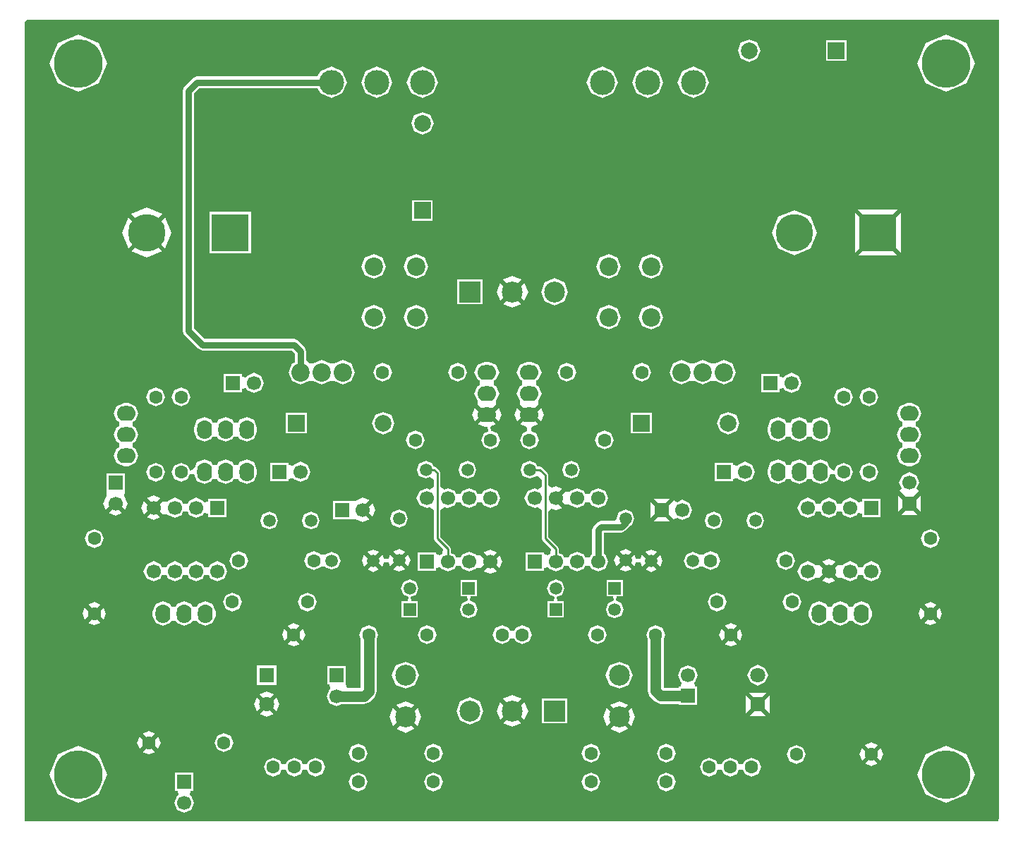
<source format=gbl>
G04 Layer_Physical_Order=2*
G04 Layer_Color=16711680*
%FSLAX25Y25*%
%MOIN*%
G70*
G01*
G75*
%ADD10C,0.03000*%
%ADD12C,0.05000*%
%ADD13C,0.01000*%
%ADD15C,0.09842*%
%ADD16R,0.09842X0.09842*%
%ADD17O,0.07000X0.09000*%
%ADD18R,0.06693X0.06693*%
%ADD19C,0.06693*%
%ADD20C,0.05905*%
%ADD21C,0.07874*%
%ADD22R,0.07874X0.07874*%
%ADD23R,0.06693X0.06693*%
%ADD24O,0.09000X0.07000*%
%ADD25R,0.05905X0.05905*%
%ADD26C,0.08661*%
%ADD27C,0.06299*%
%ADD28C,0.07087*%
%ADD29R,0.07087X0.07087*%
%ADD30C,0.17716*%
%ADD31R,0.17716X0.17716*%
%ADD32R,0.07874X0.07874*%
%ADD33C,0.11811*%
%ADD34C,0.23000*%
G36*
X460000Y1793D02*
X459500Y0D01*
X458000Y0D01*
X-500D01*
Y377500D01*
X500Y378500D01*
X460000D01*
Y1793D01*
D02*
G37*
%LPC*%
G36*
X423144Y100925D02*
X421926Y97983D01*
X423144Y95042D01*
X426086Y97983D01*
X423144Y100925D01*
D02*
G37*
G36*
X213429Y113953D02*
X205524D01*
Y106047D01*
X208520D01*
X208918Y104047D01*
X208209Y103753D01*
X206451Y103025D01*
X205198Y100000D01*
X206451Y96975D01*
X209476Y95722D01*
X212502Y96975D01*
X213755Y100000D01*
X212502Y103025D01*
X210744Y103753D01*
X210034Y104047D01*
X210432Y106047D01*
X213429D01*
Y113953D01*
D02*
G37*
G36*
X282429D02*
X274524D01*
Y106047D01*
X277520D01*
X277918Y104047D01*
X277209Y103753D01*
X275451Y103025D01*
X274198Y100000D01*
X275451Y96975D01*
X278476Y95722D01*
X281502Y96975D01*
X282755Y100000D01*
X281502Y103025D01*
X279744Y103753D01*
X279034Y104047D01*
X279432Y106047D01*
X282429D01*
Y113953D01*
D02*
G37*
G36*
X36856Y100925D02*
X33914Y97983D01*
X36856Y95042D01*
X38074Y97983D01*
X36856Y100925D01*
D02*
G37*
G36*
X28144Y100925D02*
X26926Y97983D01*
X28144Y95042D01*
X31086Y97983D01*
X28144Y100925D01*
D02*
G37*
G36*
X431856Y100925D02*
X428914Y97983D01*
X431856Y95042D01*
X433074Y97983D01*
X431856Y100925D01*
D02*
G37*
G36*
X133217Y107992D02*
X130041Y106676D01*
X128725Y103500D01*
X130041Y100324D01*
X133217Y99009D01*
X136392Y100324D01*
X137708Y103500D01*
X136392Y106676D01*
X133217Y107992D01*
D02*
G37*
G36*
X326783D02*
X323607Y106676D01*
X322292Y103500D01*
X323607Y100324D01*
X326783Y99009D01*
X329959Y100324D01*
X331275Y103500D01*
X329959Y106676D01*
X326783Y107992D01*
D02*
G37*
G36*
X362217D02*
X359041Y106676D01*
X357725Y103500D01*
X359041Y100324D01*
X362217Y99009D01*
X365392Y100324D01*
X366708Y103500D01*
X365392Y106676D01*
X362217Y107992D01*
D02*
G37*
G36*
X181524Y114278D02*
X178498Y113025D01*
X177245Y110000D01*
X178498Y106975D01*
X180256Y106246D01*
X180965Y105953D01*
X180568Y103953D01*
X177571D01*
Y96047D01*
X185476D01*
Y103953D01*
X182480D01*
X182082Y105953D01*
X182791Y106246D01*
X184549Y106975D01*
X185802Y110000D01*
X184549Y113025D01*
X181524Y114278D01*
D02*
G37*
G36*
X250524D02*
X247498Y113025D01*
X246245Y110000D01*
X247498Y106975D01*
X249256Y106246D01*
X249966Y105953D01*
X249568Y103953D01*
X246571D01*
Y96047D01*
X254476D01*
Y103953D01*
X251480D01*
X251082Y105953D01*
X251791Y106246D01*
X253549Y106975D01*
X254802Y110000D01*
X253549Y113025D01*
X250524Y114278D01*
D02*
G37*
G36*
X97783Y107992D02*
X94608Y106676D01*
X93292Y103500D01*
X94608Y100324D01*
X97783Y99009D01*
X100959Y100324D01*
X102275Y103500D01*
X100959Y106676D01*
X97783Y107992D01*
D02*
G37*
G36*
X427500Y96569D02*
X424559Y93628D01*
X427500Y92410D01*
X430441Y93628D01*
X427500Y96569D01*
D02*
G37*
G36*
X270217Y92492D02*
X267041Y91176D01*
X265725Y88000D01*
X267041Y84824D01*
X270217Y83508D01*
X273393Y84824D01*
X274708Y88000D01*
X273393Y91176D01*
X270217Y92492D01*
D02*
G37*
G36*
X131139Y90941D02*
X128198Y88000D01*
X131139Y85059D01*
X132357Y88000D01*
X131139Y90941D01*
D02*
G37*
G36*
X328861Y90941D02*
X327643Y88000D01*
X328861Y85059D01*
X331802Y88000D01*
X328861Y90941D01*
D02*
G37*
G36*
X126783Y86586D02*
X123842Y83644D01*
X126783Y82426D01*
X129725Y83644D01*
X126783Y86586D01*
D02*
G37*
G36*
X333217D02*
X330275Y83644D01*
X333217Y82426D01*
X336158Y83644D01*
X333217Y86586D01*
D02*
G37*
G36*
X189783Y92492D02*
X186608Y91176D01*
X185292Y88000D01*
X186608Y84824D01*
X189783Y83508D01*
X192959Y84824D01*
X194275Y88000D01*
X192959Y91176D01*
X189783Y92492D01*
D02*
G37*
G36*
X333217Y93574D02*
X330275Y92356D01*
X333217Y89414D01*
X336158Y92356D01*
X333217Y93574D01*
D02*
G37*
G36*
X234783Y92492D02*
X231608Y91176D01*
X231082Y89908D01*
X228918D01*
X228393Y91176D01*
X225217Y92492D01*
X222041Y91176D01*
X220725Y88000D01*
X222041Y84824D01*
X225217Y83508D01*
X228393Y84824D01*
X228918Y86092D01*
X231082D01*
X231608Y84824D01*
X234783Y83508D01*
X237959Y84824D01*
X239275Y88000D01*
X237959Y91176D01*
X234783Y92492D01*
D02*
G37*
G36*
X32500Y96569D02*
X29559Y93628D01*
X32500Y92410D01*
X35441Y93628D01*
X32500Y96569D01*
D02*
G37*
G36*
X337572Y90941D02*
X334631Y88000D01*
X337572Y85059D01*
X338790Y88000D01*
X337572Y90941D01*
D02*
G37*
G36*
X122428Y90941D02*
X121210Y88000D01*
X122428Y85059D01*
X125369Y88000D01*
X122428Y90941D01*
D02*
G37*
G36*
X126783Y93574D02*
X123842Y92356D01*
X126783Y89414D01*
X129725Y92356D01*
X126783Y93574D01*
D02*
G37*
G36*
X90500Y122705D02*
X87173Y121327D01*
X86582Y119900D01*
X84418D01*
X83827Y121327D01*
X80500Y122705D01*
X77173Y121327D01*
X76582Y119900D01*
X74418D01*
X73827Y121327D01*
X70500Y122705D01*
X67173Y121327D01*
X66582Y119900D01*
X64418D01*
X63827Y121327D01*
X60500Y122705D01*
X57173Y121327D01*
X55795Y118000D01*
X57173Y114673D01*
X60500Y113295D01*
X63827Y114673D01*
X64418Y116100D01*
X66582D01*
X67173Y114673D01*
X70500Y113295D01*
X73827Y114673D01*
X74418Y116100D01*
X76582D01*
X77173Y114673D01*
X80500Y113295D01*
X83827Y114673D01*
X84418Y116100D01*
X86582D01*
X87173Y114673D01*
X90500Y113295D01*
X93827Y114673D01*
X95205Y118000D01*
X93827Y121327D01*
X90500Y122705D01*
D02*
G37*
G36*
X399500D02*
X396173Y121327D01*
X395582Y119900D01*
X393418D01*
X392827Y121327D01*
X389500Y122705D01*
X386173Y121327D01*
X386041Y121008D01*
X384041D01*
X384006Y121092D01*
X380914Y118000D01*
X384006Y114908D01*
X384041Y114992D01*
X386041D01*
X386173Y114673D01*
X389500Y113295D01*
X392827Y114673D01*
X393418Y116100D01*
X395582D01*
X396173Y114673D01*
X399500Y113295D01*
X402827Y114673D01*
X404205Y118000D01*
X402827Y121327D01*
X399500Y122705D01*
D02*
G37*
G36*
X299862Y125791D02*
X297072Y123000D01*
X299862Y120209D01*
X301018Y123000D01*
X299862Y125791D01*
D02*
G37*
G36*
X136217Y127491D02*
X133041Y126176D01*
X131725Y123000D01*
X133041Y119824D01*
X136217Y118509D01*
X139392Y119824D01*
X139543Y120189D01*
X141543Y120189D01*
X141632Y119975D01*
X144658Y118722D01*
X147683Y119975D01*
X148936Y123000D01*
X147683Y126025D01*
X144658Y127278D01*
X141632Y126025D01*
X141543Y125811D01*
X139543Y125811D01*
X139392Y126176D01*
X136217Y127491D01*
D02*
G37*
G36*
X224006Y125592D02*
X220914Y122500D01*
X224006Y119408D01*
X225287Y122500D01*
X224006Y125592D01*
D02*
G37*
G36*
X379500Y123787D02*
X376408Y122506D01*
X379500Y119414D01*
X382592Y122506D01*
X379500Y123787D01*
D02*
G37*
G36*
X279295Y125948D02*
X278139Y123158D01*
X279295Y120367D01*
X282086Y123158D01*
X279295Y125948D01*
D02*
G37*
G36*
X219500Y128287D02*
X216408Y127006D01*
X219500Y123914D01*
X222592Y127006D01*
X219500Y128287D01*
D02*
G37*
G36*
X172295Y125948D02*
X171565Y124187D01*
X171471Y123959D01*
X169306D01*
X169231Y124141D01*
X168547Y125791D01*
X165757Y123000D01*
X168547Y120209D01*
X169277Y121971D01*
X169371Y122199D01*
X171536D01*
X171612Y122017D01*
X172295Y120367D01*
X175086Y123158D01*
X172295Y125948D01*
D02*
G37*
G36*
X287705D02*
X284914Y123158D01*
X287705Y120367D01*
X288388Y122017D01*
X288464Y122199D01*
X290629D01*
X290723Y121971D01*
X291453Y120209D01*
X294243Y123000D01*
X291453Y125791D01*
X290769Y124141D01*
X290694Y123959D01*
X288529D01*
X288435Y124187D01*
X287705Y125948D01*
D02*
G37*
G36*
X160138Y125791D02*
X158982Y123000D01*
X160138Y120209D01*
X162928Y123000D01*
X160138Y125791D01*
D02*
G37*
G36*
X180705Y125948D02*
X177914Y123158D01*
X180705Y120367D01*
X181861Y123158D01*
X180705Y125948D01*
D02*
G37*
G36*
X359216Y127491D02*
X356041Y126176D01*
X354725Y123000D01*
X356041Y119824D01*
X359216Y118509D01*
X362392Y119824D01*
X363708Y123000D01*
X362392Y126176D01*
X359216Y127491D01*
D02*
G37*
G36*
X395000Y103871D02*
X391556Y102444D01*
X391082Y101301D01*
X388918D01*
X388444Y102444D01*
X385000Y103871D01*
X381556Y102444D01*
X381082Y101301D01*
X378918D01*
X378444Y102444D01*
X375000Y103871D01*
X371556Y102444D01*
X370129Y99000D01*
Y97000D01*
X371556Y93556D01*
X375000Y92129D01*
X378444Y93556D01*
X378918Y94699D01*
X381082D01*
X381556Y93556D01*
X385000Y92129D01*
X388444Y93556D01*
X388918Y94699D01*
X391082D01*
X391556Y93556D01*
X395000Y92129D01*
X398444Y93556D01*
X399871Y97000D01*
Y99000D01*
X398444Y102444D01*
X395000Y103871D01*
D02*
G37*
G36*
X379500Y116586D02*
X376408Y113494D01*
X379500Y112213D01*
X382592Y113494D01*
X379500Y116586D01*
D02*
G37*
G36*
X369500Y122705D02*
X366173Y121327D01*
X364795Y118000D01*
X366173Y114673D01*
X369500Y113295D01*
X372827Y114673D01*
X372959Y114992D01*
X374959D01*
X374994Y114908D01*
X378086Y118000D01*
X374994Y121092D01*
X374959Y121008D01*
X372959D01*
X372827Y121327D01*
X369500Y122705D01*
D02*
G37*
G36*
X32500Y103557D02*
X29559Y102339D01*
X32500Y99398D01*
X35441Y102339D01*
X32500Y103557D01*
D02*
G37*
G36*
X427500Y103557D02*
X424559Y102339D01*
X427500Y99398D01*
X430441Y102339D01*
X427500Y103557D01*
D02*
G37*
G36*
X85000Y103871D02*
X81556Y102444D01*
X81082Y101301D01*
X78918D01*
X78444Y102444D01*
X75000Y103871D01*
X71556Y102444D01*
X71082Y101301D01*
X68918D01*
X68444Y102444D01*
X65000Y103871D01*
X61556Y102444D01*
X60129Y99000D01*
Y97000D01*
X61556Y93556D01*
X65000Y92129D01*
X68444Y93556D01*
X68918Y94699D01*
X71082D01*
X71556Y93556D01*
X75000Y92129D01*
X78444Y93556D01*
X78918Y94699D01*
X81082D01*
X81556Y93556D01*
X85000Y92129D01*
X88444Y93556D01*
X89871Y97000D01*
Y99000D01*
X88444Y102444D01*
X85000Y103871D01*
D02*
G37*
G36*
X176500Y121743D02*
X173709Y118953D01*
X176500Y117797D01*
X179291Y118953D01*
X176500Y121743D01*
D02*
G37*
G36*
X283500D02*
X280709Y118953D01*
X283500Y117797D01*
X286291Y118953D01*
X283500Y121743D01*
D02*
G37*
G36*
X100784Y127491D02*
X97607Y126176D01*
X96292Y123000D01*
X97607Y119824D01*
X100784Y118509D01*
X103959Y119824D01*
X105275Y123000D01*
X103959Y126176D01*
X100784Y127491D01*
D02*
G37*
G36*
X219500Y121086D02*
X216408Y117994D01*
X219500Y116713D01*
X222592Y117994D01*
X219500Y121086D01*
D02*
G37*
G36*
X164342Y121586D02*
X161552Y118795D01*
X164342Y117639D01*
X167133Y118795D01*
X164342Y121586D01*
D02*
G37*
G36*
X295657D02*
X292867Y118795D01*
X295657Y117639D01*
X298448Y118795D01*
X295657Y121586D01*
D02*
G37*
G36*
X118543Y73433D02*
X109457D01*
Y64346D01*
X118543D01*
Y73433D01*
D02*
G37*
G36*
X404072Y34441D02*
X401131Y31500D01*
X404072Y28559D01*
X405290Y31500D01*
X404072Y34441D01*
D02*
G37*
G36*
X58283Y35586D02*
X55342Y32645D01*
X58284Y31426D01*
X61225Y32644D01*
X58283Y35586D01*
D02*
G37*
G36*
X93717Y41491D02*
X90541Y40176D01*
X89225Y37000D01*
X90541Y33824D01*
X93717Y32509D01*
X96892Y33824D01*
X98208Y37000D01*
X96892Y40176D01*
X93717Y41491D01*
D02*
G37*
G36*
X267283Y36492D02*
X264107Y35176D01*
X262792Y32000D01*
X264107Y28824D01*
X267283Y27509D01*
X270459Y28824D01*
X271775Y32000D01*
X270459Y35176D01*
X267283Y36492D01*
D02*
G37*
G36*
X302717D02*
X299541Y35176D01*
X298225Y32000D01*
X299541Y28824D01*
X302717Y27509D01*
X305892Y28824D01*
X307208Y32000D01*
X305892Y35176D01*
X302717Y36492D01*
D02*
G37*
G36*
X395361Y34441D02*
X394143Y31500D01*
X395361Y28559D01*
X398302Y31500D01*
X395361Y34441D01*
D02*
G37*
G36*
X58284Y42574D02*
X55342Y41355D01*
X58283Y38414D01*
X61225Y41356D01*
X58284Y42574D01*
D02*
G37*
G36*
X179500Y47743D02*
X175203Y43446D01*
X179500Y41666D01*
X183797Y43446D01*
X179500Y47743D01*
D02*
G37*
G36*
X280500D02*
X276203Y43446D01*
X280500Y41666D01*
X284797Y43446D01*
X280500Y47743D01*
D02*
G37*
G36*
X399717Y37074D02*
X396775Y35856D01*
X399717Y32914D01*
X402658Y35855D01*
X399717Y37074D01*
D02*
G37*
G36*
X62639Y39941D02*
X59698Y37000D01*
X62639Y34059D01*
X63857Y37000D01*
X62639Y39941D01*
D02*
G37*
G36*
X53928Y39941D02*
X52710Y37000D01*
X53928Y34059D01*
X56869Y37000D01*
X53928Y39941D01*
D02*
G37*
G36*
X192717Y36492D02*
X189541Y35176D01*
X188225Y32000D01*
X189541Y28824D01*
X192717Y27509D01*
X195893Y28824D01*
X197208Y32000D01*
X195893Y35176D01*
X192717Y36492D01*
D02*
G37*
G36*
X157283Y22991D02*
X154107Y21676D01*
X152792Y18500D01*
X154107Y15324D01*
X157283Y14008D01*
X160459Y15324D01*
X161775Y18500D01*
X160459Y21676D01*
X157283Y22991D01*
D02*
G37*
G36*
X192717D02*
X189541Y21676D01*
X188225Y18500D01*
X189541Y15324D01*
X192717Y14008D01*
X195893Y15324D01*
X197208Y18500D01*
X195893Y21676D01*
X192717Y22991D01*
D02*
G37*
G36*
X267283D02*
X264107Y21676D01*
X262792Y18500D01*
X264107Y15324D01*
X267283Y14008D01*
X270459Y15324D01*
X271775Y18500D01*
X270459Y21676D01*
X267283Y22991D01*
D02*
G37*
G36*
X79347Y22847D02*
X70653D01*
Y14154D01*
X72065D01*
X72463Y12154D01*
X71673Y11827D01*
X70295Y8500D01*
X71673Y5173D01*
X75000Y3796D01*
X78327Y5173D01*
X79705Y8500D01*
X78327Y11827D01*
X77537Y12154D01*
X77935Y14154D01*
X79347D01*
Y22847D01*
D02*
G37*
G36*
X25000Y35530D02*
X15433Y31567D01*
X11470Y22000D01*
X15433Y12433D01*
X25000Y8470D01*
X34567Y12433D01*
X38530Y22000D01*
X34567Y31567D01*
X25000Y35530D01*
D02*
G37*
G36*
X435000D02*
X425433Y31567D01*
X421470Y22000D01*
X425433Y12433D01*
X435000Y8470D01*
X444567Y12433D01*
X448530Y22000D01*
X444567Y31567D01*
X435000Y35530D01*
D02*
G37*
G36*
X343000Y29991D02*
X339824Y28676D01*
X339082Y26886D01*
X336918D01*
X336176Y28676D01*
X333000Y29991D01*
X329824Y28676D01*
X329082Y26886D01*
X326918D01*
X326176Y28676D01*
X323000Y29991D01*
X319824Y28676D01*
X318509Y25500D01*
X319824Y22324D01*
X323000Y21009D01*
X326176Y22324D01*
X326918Y24114D01*
X329082D01*
X329824Y22324D01*
X333000Y21009D01*
X336176Y22324D01*
X336918Y24114D01*
X339082D01*
X339824Y22324D01*
X343000Y21009D01*
X346176Y22324D01*
X347492Y25500D01*
X346176Y28676D01*
X343000Y29991D01*
D02*
G37*
G36*
X364283Y35991D02*
X361107Y34676D01*
X359792Y31500D01*
X361107Y28324D01*
X364283Y27009D01*
X367459Y28324D01*
X368775Y31500D01*
X367459Y34676D01*
X364283Y35991D01*
D02*
G37*
G36*
X157283Y36492D02*
X154107Y35176D01*
X152792Y32000D01*
X154107Y28824D01*
X157283Y27509D01*
X160459Y28824D01*
X161775Y32000D01*
X160459Y35176D01*
X157283Y36492D01*
D02*
G37*
G36*
X302717Y22991D02*
X299541Y21676D01*
X298225Y18500D01*
X299541Y15324D01*
X302717Y14008D01*
X305892Y15324D01*
X307208Y18500D01*
X305892Y21676D01*
X302717Y22991D01*
D02*
G37*
G36*
X399717Y30086D02*
X396775Y27144D01*
X399717Y25926D01*
X402658Y27145D01*
X399717Y30086D01*
D02*
G37*
G36*
X137000Y29991D02*
X133824Y28676D01*
X133082Y26886D01*
X130918D01*
X130176Y28676D01*
X127000Y29991D01*
X123824Y28676D01*
X123082Y26886D01*
X120918D01*
X120176Y28676D01*
X117000Y29991D01*
X113824Y28676D01*
X112508Y25500D01*
X113824Y22324D01*
X117000Y21009D01*
X120176Y22324D01*
X120918Y24114D01*
X123082D01*
X123824Y22324D01*
X127000Y21009D01*
X130176Y22324D01*
X130918Y24114D01*
X133082D01*
X133824Y22324D01*
X137000Y21009D01*
X140176Y22324D01*
X141491Y25500D01*
X140176Y28676D01*
X137000Y29991D01*
D02*
G37*
G36*
X118657Y58353D02*
X115414Y55110D01*
X118657Y51868D01*
X120000Y55110D01*
X118657Y58353D01*
D02*
G37*
G36*
X230000Y59491D02*
X225703Y57711D01*
X230000Y53414D01*
X234297Y57711D01*
X230000Y59491D01*
D02*
G37*
G36*
X297783Y92492D02*
X294607Y91176D01*
X293292Y88000D01*
X293995Y86303D01*
Y61374D01*
X295105Y58695D01*
X297400Y56400D01*
X300079Y55290D01*
X308653D01*
Y54732D01*
X317347D01*
Y63425D01*
X316315D01*
X315917Y65425D01*
X316327Y65595D01*
X317705Y68921D01*
X316327Y72248D01*
X313000Y73626D01*
X309673Y72248D01*
X308295Y68921D01*
X309673Y65595D01*
X310083Y65425D01*
X309685Y63425D01*
X308653D01*
Y62867D01*
X301648D01*
X301572Y62943D01*
Y86303D01*
X302275Y88000D01*
X300959Y91176D01*
X297783Y92492D01*
D02*
G37*
G36*
X351543Y59239D02*
X347414Y55110D01*
X351543Y50981D01*
Y59239D01*
D02*
G37*
G36*
X340457Y59239D02*
Y50981D01*
X344586Y55110D01*
X340457Y59239D01*
D02*
G37*
G36*
X109343Y58353D02*
X108000Y55110D01*
X109343Y51868D01*
X112586Y55110D01*
X109343Y58353D01*
D02*
G37*
G36*
X179500Y75252D02*
X174968Y73374D01*
X173091Y68843D01*
X174968Y64311D01*
X179500Y62433D01*
X184032Y64311D01*
X185909Y68843D01*
X184032Y73374D01*
X179500Y75252D01*
D02*
G37*
G36*
X162217Y92492D02*
X159041Y91176D01*
X157725Y88000D01*
X158428Y86303D01*
Y62788D01*
X152052D01*
X151347Y64496D01*
X151347Y64788D01*
Y73189D01*
X142654D01*
Y64496D01*
X143685D01*
X144082Y62496D01*
X143673Y62327D01*
X142295Y59000D01*
X143673Y55673D01*
X147000Y54295D01*
X149212Y55212D01*
X160000D01*
X162679Y56321D01*
X164895Y58538D01*
X166005Y61216D01*
Y86303D01*
X166708Y88000D01*
X165392Y91176D01*
X162217Y92492D01*
D02*
G37*
G36*
X346000Y73807D02*
X342523Y72367D01*
X341082Y68890D01*
X342523Y65412D01*
X346000Y63972D01*
X349477Y65412D01*
X350918Y68890D01*
X349477Y72367D01*
X346000Y73807D01*
D02*
G37*
G36*
X114000Y61110D02*
X110757Y59767D01*
X114000Y56524D01*
X117243Y59767D01*
X114000Y61110D01*
D02*
G37*
G36*
X350129Y60654D02*
X341871D01*
X346000Y56524D01*
X350129Y60654D01*
D02*
G37*
G36*
X280500Y75252D02*
X275968Y73374D01*
X274091Y68843D01*
X275968Y64311D01*
X280500Y62433D01*
X285032Y64311D01*
X286909Y68843D01*
X285032Y73374D01*
X280500Y75252D01*
D02*
G37*
G36*
Y56649D02*
X276203Y54869D01*
X280500Y50572D01*
X284797Y54869D01*
X280500Y56649D01*
D02*
G37*
G36*
X286211Y53455D02*
X281914Y49158D01*
X286211Y44860D01*
X287991Y49158D01*
X286211Y53455D01*
D02*
G37*
G36*
X274788D02*
X273008Y49158D01*
X274788Y44860D01*
X279086Y49158D01*
X274788Y53455D01*
D02*
G37*
G36*
X210000Y58409D02*
X205468Y56532D01*
X203591Y52000D01*
X205468Y47468D01*
X210000Y45591D01*
X214532Y47468D01*
X216409Y52000D01*
X214532Y56532D01*
X210000Y58409D01*
D02*
G37*
G36*
X230000Y50586D02*
X225703Y46288D01*
X230000Y44508D01*
X234297Y46288D01*
X230000Y50586D01*
D02*
G37*
G36*
X173788Y53455D02*
X172009Y49158D01*
X173788Y44860D01*
X178086Y49158D01*
X173788Y53455D01*
D02*
G37*
G36*
X185212Y53455D02*
X180914Y49158D01*
X185212Y44860D01*
X186992Y49158D01*
X185212Y53455D01*
D02*
G37*
G36*
X114000Y53696D02*
X110757Y50453D01*
X114000Y49110D01*
X117243Y50453D01*
X114000Y53696D01*
D02*
G37*
G36*
X346000D02*
X341871Y49567D01*
X350129D01*
X346000Y53696D01*
D02*
G37*
G36*
X179500Y56649D02*
X175203Y54869D01*
X179500Y50572D01*
X183797Y54869D01*
X179500Y56649D01*
D02*
G37*
G36*
X255921Y57921D02*
X244079D01*
Y46079D01*
X255921D01*
Y57921D01*
D02*
G37*
G36*
X224289Y56297D02*
X222509Y52000D01*
X224289Y47703D01*
X228586Y52000D01*
X224289Y56297D01*
D02*
G37*
G36*
X235712Y56297D02*
X231414Y52000D01*
X235712Y47703D01*
X237491Y52000D01*
X235712Y56297D01*
D02*
G37*
G36*
X295657Y128361D02*
X292867Y127205D01*
X295657Y124414D01*
X298448Y127205D01*
X295657Y128361D01*
D02*
G37*
G36*
X184500Y243770D02*
X180420Y242080D01*
X178730Y238000D01*
X180420Y233920D01*
X184500Y232230D01*
X188580Y233920D01*
X190270Y238000D01*
X188580Y242080D01*
X184500Y243770D01*
D02*
G37*
G36*
X275500D02*
X271420Y242080D01*
X269730Y238000D01*
X271420Y233920D01*
X275500Y232230D01*
X279580Y233920D01*
X281270Y238000D01*
X279580Y242080D01*
X275500Y243770D01*
D02*
G37*
G36*
X295500D02*
X291420Y242080D01*
X289730Y238000D01*
X291420Y233920D01*
X295500Y232230D01*
X299580Y233920D01*
X301270Y238000D01*
X299580Y242080D01*
X295500Y243770D01*
D02*
G37*
G36*
X362000Y211705D02*
X358673Y210327D01*
X358347Y209537D01*
X356347Y209935D01*
Y211347D01*
X347654D01*
Y202654D01*
X356347D01*
Y204065D01*
X358347Y204463D01*
X358673Y203673D01*
X362000Y202295D01*
X365327Y203673D01*
X366705Y207000D01*
X365327Y210327D01*
X362000Y211705D01*
D02*
G37*
G36*
X330000Y217770D02*
X325920Y216080D01*
X324080Y216080D01*
X320000Y217770D01*
X315920Y216080D01*
X314080Y216080D01*
X310000Y217770D01*
X305920Y216080D01*
X304230Y212000D01*
X305920Y207920D01*
X310000Y206230D01*
X313803Y207805D01*
X315000Y207870D01*
X316197Y207805D01*
X320000Y206230D01*
X323803Y207805D01*
X325000Y207870D01*
X326197Y207805D01*
X330000Y206230D01*
X334080Y207920D01*
X335770Y212000D01*
X334080Y216080D01*
X330000Y217770D01*
D02*
G37*
G36*
X164500Y243770D02*
X160420Y242080D01*
X158730Y238000D01*
X160420Y233920D01*
X164500Y232230D01*
X168580Y233920D01*
X170270Y238000D01*
X168580Y242080D01*
X164500Y243770D01*
D02*
G37*
G36*
X224289Y254297D02*
X222509Y250000D01*
X224289Y245703D01*
X228586Y250000D01*
X224289Y254297D01*
D02*
G37*
G36*
X235712D02*
X231414Y250000D01*
X235712Y245703D01*
X237491Y250000D01*
X235712Y254297D01*
D02*
G37*
G36*
X230000Y257491D02*
X225703Y255712D01*
X230000Y251414D01*
X234297Y255712D01*
X230000Y257491D01*
D02*
G37*
G36*
Y248586D02*
X225703Y244288D01*
X230000Y242509D01*
X234297Y244288D01*
X230000Y248586D01*
D02*
G37*
G36*
X250000Y256409D02*
X245468Y254532D01*
X243591Y250000D01*
X245468Y245468D01*
X250000Y243591D01*
X254532Y245468D01*
X256409Y250000D01*
X254532Y254532D01*
X250000Y256409D01*
D02*
G37*
G36*
X215921Y255921D02*
X204079D01*
Y244079D01*
X215921D01*
Y255921D01*
D02*
G37*
G36*
X108000Y211705D02*
X104673Y210327D01*
X104347Y209537D01*
X102347Y209935D01*
Y211347D01*
X93654D01*
Y202654D01*
X102347D01*
Y204065D01*
X104347Y204463D01*
X104673Y203673D01*
X108000Y202295D01*
X111327Y203673D01*
X112705Y207000D01*
X111327Y210327D01*
X108000Y211705D01*
D02*
G37*
G36*
X243624Y195210D02*
X240414Y192000D01*
X243624Y188791D01*
X244953Y192000D01*
X243624Y195210D01*
D02*
G37*
G36*
X386500Y204708D02*
X383324Y203393D01*
X382009Y200217D01*
X383324Y197041D01*
X386500Y195725D01*
X389676Y197041D01*
X390991Y200217D01*
X389676Y203393D01*
X386500Y204708D01*
D02*
G37*
G36*
X398500D02*
X395324Y203393D01*
X394008Y200217D01*
X395324Y197041D01*
X398500Y195725D01*
X401676Y197041D01*
X402991Y200217D01*
X401676Y203393D01*
X398500Y204708D01*
D02*
G37*
G36*
X212376Y195210D02*
X211047Y192000D01*
X212376Y188791D01*
X215586Y192000D01*
X212376Y195210D01*
D02*
G37*
G36*
X232376D02*
X231047Y192000D01*
X232376Y188791D01*
X235586Y192000D01*
X232376Y195210D01*
D02*
G37*
G36*
X223624D02*
X220414Y192000D01*
X223624Y188791D01*
X224953Y192000D01*
X223624Y195210D01*
D02*
G37*
G36*
X204217Y216492D02*
X201041Y215176D01*
X199725Y212000D01*
X201041Y208824D01*
X204217Y207508D01*
X207393Y208824D01*
X208708Y212000D01*
X207393Y215176D01*
X204217Y216492D01*
D02*
G37*
G36*
X255783D02*
X252607Y215176D01*
X251292Y212000D01*
X252607Y208824D01*
X255783Y207508D01*
X258959Y208824D01*
X260275Y212000D01*
X258959Y215176D01*
X255783Y216492D01*
D02*
G37*
G36*
X291217D02*
X288041Y215176D01*
X286725Y212000D01*
X288041Y208824D01*
X291217Y207508D01*
X294392Y208824D01*
X295708Y212000D01*
X294392Y215176D01*
X291217Y216492D01*
D02*
G37*
G36*
X61500Y204708D02*
X58324Y203393D01*
X57008Y200217D01*
X58324Y197041D01*
X61500Y195725D01*
X64676Y197041D01*
X65991Y200217D01*
X64676Y203393D01*
X61500Y204708D01*
D02*
G37*
G36*
X73500D02*
X70324Y203393D01*
X69008Y200217D01*
X70324Y197041D01*
X73500Y195725D01*
X76676Y197041D01*
X77991Y200217D01*
X76676Y203393D01*
X73500Y204708D01*
D02*
G37*
G36*
X168783Y216492D02*
X165608Y215176D01*
X164292Y212000D01*
X165608Y208824D01*
X168783Y207508D01*
X171959Y208824D01*
X173275Y212000D01*
X171959Y215176D01*
X168783Y216492D01*
D02*
G37*
G36*
X164500Y267770D02*
X160420Y266080D01*
X158730Y262000D01*
X160420Y257920D01*
X164500Y256230D01*
X168580Y257920D01*
X170270Y262000D01*
X168580Y266080D01*
X164500Y267770D01*
D02*
G37*
G36*
X166000Y356474D02*
X160715Y354285D01*
X158526Y349000D01*
X160715Y343715D01*
X166000Y341526D01*
X171285Y343715D01*
X173475Y349000D01*
X171285Y354285D01*
X166000Y356474D01*
D02*
G37*
G36*
X187500D02*
X182215Y354285D01*
X180025Y349000D01*
X182215Y343715D01*
X187500Y341526D01*
X192785Y343715D01*
X194975Y349000D01*
X192785Y354285D01*
X187500Y356474D01*
D02*
G37*
G36*
X272500D02*
X267215Y354285D01*
X265025Y349000D01*
X267215Y343715D01*
X272500Y341526D01*
X277785Y343715D01*
X279975Y349000D01*
X277785Y354285D01*
X272500Y356474D01*
D02*
G37*
G36*
X192437Y293347D02*
X182563D01*
Y283472D01*
X192437D01*
Y293347D01*
D02*
G37*
G36*
X187500Y334934D02*
X183721Y333369D01*
X182156Y329591D01*
X183721Y325812D01*
X187500Y324247D01*
X191279Y325812D01*
X192844Y329591D01*
X191279Y333369D01*
X187500Y334934D01*
D02*
G37*
G36*
X144500Y356474D02*
X139215Y354285D01*
X138146Y351706D01*
X81000D01*
X79087Y350913D01*
X79087Y350913D01*
X75087Y346913D01*
X74294Y345000D01*
Y231500D01*
X75087Y229587D01*
X81587Y223087D01*
X83500Y222294D01*
X83500Y222294D01*
X125879D01*
X127294Y220879D01*
Y216649D01*
X125920Y216080D01*
X124230Y212000D01*
X125920Y207920D01*
X130000Y206230D01*
X134080Y207920D01*
X135920Y207920D01*
X140000Y206230D01*
X144080Y207920D01*
X145920Y207920D01*
X150000Y206230D01*
X154080Y207920D01*
X155770Y212000D01*
X154080Y216080D01*
X150000Y217770D01*
X145920Y216080D01*
X144080Y216080D01*
X140000Y217770D01*
X135920Y216080D01*
X134470Y216080D01*
X132706Y217511D01*
Y222000D01*
X131913Y223913D01*
X128913Y226913D01*
X127000Y227706D01*
X84621D01*
X79706Y232621D01*
Y343879D01*
X82121Y346294D01*
X138146D01*
X139215Y343715D01*
X144500Y341526D01*
X149785Y343715D01*
X151974Y349000D01*
X149785Y354285D01*
X144500Y356474D01*
D02*
G37*
G36*
X435000Y371530D02*
X425433Y367567D01*
X421470Y358000D01*
X425433Y348433D01*
X435000Y344470D01*
X444567Y348433D01*
X448530Y358000D01*
X444567Y367567D01*
X435000Y371530D01*
D02*
G37*
G36*
X341910Y369344D02*
X338131Y367779D01*
X336566Y364000D01*
X338131Y360221D01*
X341910Y358656D01*
X345688Y360221D01*
X347253Y364000D01*
X345688Y367779D01*
X341910Y369344D01*
D02*
G37*
G36*
X388028Y368937D02*
X378153D01*
Y359063D01*
X388028D01*
Y368937D01*
D02*
G37*
G36*
X294000Y356474D02*
X288715Y354285D01*
X286526Y349000D01*
X288715Y343715D01*
X294000Y341526D01*
X299285Y343715D01*
X301474Y349000D01*
X299285Y354285D01*
X294000Y356474D01*
D02*
G37*
G36*
X315500D02*
X310215Y354285D01*
X308026Y349000D01*
X310215Y343715D01*
X315500Y341526D01*
X320785Y343715D01*
X322974Y349000D01*
X320785Y354285D01*
X315500Y356474D01*
D02*
G37*
G36*
X25000Y371530D02*
X15433Y367567D01*
X11470Y358000D01*
X15433Y348433D01*
X25000Y344470D01*
X34567Y348433D01*
X38530Y358000D01*
X34567Y367567D01*
X25000Y371530D01*
D02*
G37*
G36*
X412129Y288858D02*
X393241D01*
X402685Y279414D01*
X412129Y288858D01*
D02*
G37*
G36*
X57315Y276586D02*
X50004Y269275D01*
X57315Y266247D01*
X64626Y269275D01*
X57315Y276586D01*
D02*
G37*
G36*
X402685D02*
X393241Y267142D01*
X412129D01*
X402685Y276586D01*
D02*
G37*
G36*
X363315Y288670D02*
X355770Y285545D01*
X352644Y278000D01*
X355770Y270455D01*
X363315Y267330D01*
X370860Y270455D01*
X373986Y278000D01*
X370860Y285545D01*
X363315Y288670D01*
D02*
G37*
G36*
X184500Y267770D02*
X180420Y266080D01*
X178730Y262000D01*
X180420Y257920D01*
X184500Y256230D01*
X188580Y257920D01*
X190270Y262000D01*
X188580Y266080D01*
X184500Y267770D01*
D02*
G37*
G36*
X275500D02*
X271420Y266080D01*
X269730Y262000D01*
X271420Y257920D01*
X275500Y256230D01*
X279580Y257920D01*
X281270Y262000D01*
X279580Y266080D01*
X275500Y267770D01*
D02*
G37*
G36*
X295500D02*
X291420Y266080D01*
X289730Y262000D01*
X291420Y257920D01*
X295500Y256230D01*
X299580Y257920D01*
X301270Y262000D01*
X299580Y266080D01*
X295500Y267770D01*
D02*
G37*
G36*
X48590Y285311D02*
X45562Y278000D01*
X48590Y270689D01*
X55901Y278000D01*
X48590Y285311D01*
D02*
G37*
G36*
X66040Y285311D02*
X58729Y278000D01*
X66040Y270689D01*
X69068Y278000D01*
X66040Y285311D01*
D02*
G37*
G36*
X57315Y289753D02*
X50004Y286725D01*
X57315Y279414D01*
X64626Y286725D01*
X57315Y289753D01*
D02*
G37*
G36*
X106543Y287858D02*
X86827D01*
Y268142D01*
X106543D01*
Y287858D01*
D02*
G37*
G36*
X391827Y287444D02*
Y268556D01*
X401271Y278000D01*
X391827Y287444D01*
D02*
G37*
G36*
X413543Y287444D02*
X404099Y278000D01*
X413543Y268556D01*
Y287444D01*
D02*
G37*
G36*
X417500Y148586D02*
X413568Y144654D01*
X421432D01*
X417500Y148586D01*
D02*
G37*
G36*
X55994Y151092D02*
X54713Y148000D01*
X55994Y144908D01*
X59086Y148000D01*
X55994Y151092D01*
D02*
G37*
G36*
X422847Y153932D02*
X418914Y150000D01*
X422847Y146068D01*
Y153932D01*
D02*
G37*
G36*
X295232Y150932D02*
Y143068D01*
X299165Y147000D01*
X295232Y150932D01*
D02*
G37*
G36*
X163927Y150092D02*
X160836Y147000D01*
X163927Y143908D01*
X165208Y147000D01*
X163927Y150092D01*
D02*
G37*
G36*
X42500Y148586D02*
X39408Y145494D01*
X42500Y144213D01*
X45592Y145494D01*
X42500Y148586D01*
D02*
G37*
G36*
X60500Y153787D02*
X57408Y152506D01*
X60500Y149414D01*
X63592Y152506D01*
X60500Y153787D01*
D02*
G37*
G36*
X80500Y152705D02*
X77173Y151327D01*
X76582Y149900D01*
X74418D01*
X73827Y151327D01*
X70500Y152705D01*
X67173Y151327D01*
X67041Y151007D01*
X65041D01*
X65006Y151092D01*
X61914Y148000D01*
X65006Y144908D01*
X65041Y144992D01*
X67041D01*
X67173Y144673D01*
X70500Y143295D01*
X73827Y144673D01*
X74418Y146100D01*
X76582D01*
X77173Y144673D01*
X80500Y143295D01*
X83827Y144673D01*
X84153Y145463D01*
X86154Y145065D01*
Y143654D01*
X94846D01*
Y152346D01*
X86154D01*
Y150935D01*
X84153Y150537D01*
X83827Y151327D01*
X80500Y152705D01*
D02*
G37*
G36*
X389500D02*
X386173Y151327D01*
X385582Y149900D01*
X383418D01*
X382827Y151327D01*
X379500Y152705D01*
X376173Y151327D01*
X375582Y149900D01*
X373418D01*
X372827Y151327D01*
X369500Y152705D01*
X366173Y151327D01*
X364795Y148000D01*
X366173Y144673D01*
X369500Y143295D01*
X372827Y144673D01*
X373418Y146100D01*
X375582D01*
X376173Y144673D01*
X379500Y143295D01*
X382827Y144673D01*
X383418Y146100D01*
X385582D01*
X386173Y144673D01*
X389500Y143295D01*
X392827Y144673D01*
X393154Y145463D01*
X395153Y145065D01*
Y143654D01*
X403847D01*
Y152347D01*
X395153D01*
Y150935D01*
X393154Y150537D01*
X392827Y151327D01*
X389500Y152705D01*
D02*
G37*
G36*
X412153Y153932D02*
Y146068D01*
X416086Y150000D01*
X412153Y153932D01*
D02*
G37*
G36*
X46846Y164347D02*
X38154D01*
Y155654D01*
X38153Y155654D01*
X38226Y153654D01*
X36713Y150000D01*
X37994Y146908D01*
X41793Y150707D01*
X42500Y150000D01*
X43207Y150707D01*
X47006Y146908D01*
X48287Y150000D01*
X46774Y153654D01*
X46847Y155654D01*
X46846D01*
Y164347D01*
D02*
G37*
G36*
X304511Y152347D02*
X296646D01*
X300579Y148414D01*
X304511Y152347D01*
D02*
G37*
G36*
X60500Y146586D02*
X57408Y143494D01*
X60500Y142213D01*
X63592Y143494D01*
X60500Y146586D01*
D02*
G37*
G36*
X323783Y127491D02*
X320607Y126176D01*
X320457Y125811D01*
X318457D01*
X318368Y126025D01*
X315342Y127278D01*
X312317Y126025D01*
X311064Y123000D01*
X312317Y119975D01*
X315342Y118722D01*
X318368Y119975D01*
X318457Y120189D01*
X320457D01*
X320607Y119824D01*
X323783Y118509D01*
X326959Y119824D01*
X328275Y123000D01*
X326959Y126176D01*
X323783Y127491D01*
D02*
G37*
G36*
X427500Y137908D02*
X424324Y136592D01*
X423008Y133416D01*
X424324Y130241D01*
X427500Y128925D01*
X430676Y130241D01*
X431991Y133416D01*
X430676Y136592D01*
X427500Y137908D01*
D02*
G37*
G36*
X32500Y137908D02*
X29324Y136592D01*
X28008Y133417D01*
X29324Y130241D01*
X32500Y128925D01*
X35676Y130241D01*
X36992Y133417D01*
X35676Y136592D01*
X32500Y137908D01*
D02*
G37*
G36*
X164342Y128361D02*
X161552Y127205D01*
X164342Y124414D01*
X167133Y127205D01*
X164342Y128361D01*
D02*
G37*
G36*
X176500Y128518D02*
X173709Y127362D01*
X176500Y124572D01*
X179291Y127362D01*
X176500Y128518D01*
D02*
G37*
G36*
X283500D02*
X280709Y127362D01*
X283500Y124572D01*
X286291Y127362D01*
X283500Y128518D01*
D02*
G37*
G36*
X344843Y146278D02*
X341817Y145025D01*
X340564Y142000D01*
X341817Y138975D01*
X344843Y137722D01*
X347868Y138975D01*
X349121Y142000D01*
X347868Y145025D01*
X344843Y146278D01*
D02*
G37*
G36*
X176500Y147121D02*
X173475Y145868D01*
X172222Y142842D01*
X173475Y139817D01*
X176500Y138564D01*
X179525Y139817D01*
X180778Y142842D01*
X179525Y145868D01*
X176500Y147121D01*
D02*
G37*
G36*
X300579Y145586D02*
X296646Y141654D01*
X304511D01*
X300579Y145586D01*
D02*
G37*
G36*
X115157Y146278D02*
X112132Y145025D01*
X110879Y142000D01*
X112132Y138975D01*
X115157Y137722D01*
X118183Y138975D01*
X119436Y142000D01*
X118183Y145025D01*
X115157Y146278D01*
D02*
G37*
G36*
X134843D02*
X131817Y145025D01*
X130564Y142000D01*
X131817Y138975D01*
X134843Y137722D01*
X137868Y138975D01*
X139121Y142000D01*
X137868Y145025D01*
X134843Y146278D01*
D02*
G37*
G36*
X325157D02*
X322132Y145025D01*
X320879Y142000D01*
X322132Y138975D01*
X325157Y137722D01*
X328183Y138975D01*
X329436Y142000D01*
X328183Y145025D01*
X325157Y146278D01*
D02*
G37*
G36*
X310421Y151705D02*
X307925Y150671D01*
X306466Y151473D01*
X301993Y147000D01*
X306466Y142527D01*
X307925Y143329D01*
X310421Y142295D01*
X313748Y143673D01*
X315126Y147000D01*
X313748Y150327D01*
X310421Y151705D01*
D02*
G37*
G36*
X219000Y216871D02*
X217000D01*
X213556Y215444D01*
X212129Y212000D01*
X213556Y208556D01*
X214699Y208082D01*
Y205918D01*
X213556Y205444D01*
X212129Y202000D01*
X213556Y198556D01*
X213591Y198541D01*
Y196823D01*
X217707Y192707D01*
X217000Y192000D01*
X217707Y191293D01*
X213790Y187376D01*
X217000Y186047D01*
X217760D01*
X218245Y186047D01*
X218643Y184047D01*
X218193Y183860D01*
X216541Y183176D01*
X215225Y180000D01*
X216541Y176824D01*
X219717Y175508D01*
X222892Y176824D01*
X224208Y180000D01*
X222892Y183176D01*
X220547Y184148D01*
X220094Y184335D01*
X219706Y186339D01*
X220149Y186523D01*
X222210Y187376D01*
X218293Y191293D01*
X219000Y192000D01*
X218293Y192707D01*
X222409Y196823D01*
Y198541D01*
X222444Y198556D01*
X223871Y202000D01*
X222444Y205444D01*
X221301Y205918D01*
Y208082D01*
X222444Y208556D01*
X223871Y212000D01*
X222444Y215444D01*
X219000Y216871D01*
D02*
G37*
G36*
X239000D02*
X237000D01*
X233556Y215444D01*
X232129Y212000D01*
X233556Y208556D01*
X234699Y208082D01*
Y205918D01*
X233556Y205444D01*
X232129Y202000D01*
X233556Y198556D01*
X233591Y198541D01*
Y196823D01*
X237707Y192707D01*
X237000Y192000D01*
X237707Y191293D01*
X233790Y187376D01*
X236806Y186127D01*
X237003Y185463D01*
X237010Y184047D01*
X234908Y183176D01*
X233592Y180000D01*
X234908Y176824D01*
X238083Y175508D01*
X241259Y176824D01*
X242575Y180000D01*
X241259Y183176D01*
X239078Y184079D01*
X239034Y185185D01*
X239277Y186162D01*
X242210Y187376D01*
X238293Y191293D01*
X239000Y192000D01*
X238293Y192707D01*
X242409Y196823D01*
Y198541D01*
X242444Y198556D01*
X243871Y202000D01*
X242444Y205444D01*
X241301Y205918D01*
Y208082D01*
X242444Y208556D01*
X243871Y212000D01*
X242444Y215444D01*
X239000Y216871D01*
D02*
G37*
G36*
X273517Y184492D02*
X270341Y183176D01*
X269025Y180000D01*
X270341Y176824D01*
X273517Y175508D01*
X276693Y176824D01*
X278008Y180000D01*
X276693Y183176D01*
X273517Y184492D01*
D02*
G37*
G36*
X104500Y170871D02*
X101056Y169444D01*
X100582Y168301D01*
X98418D01*
X97944Y169444D01*
X94500Y170871D01*
X91056Y169444D01*
X90582Y168301D01*
X88418D01*
X87944Y169444D01*
X84500Y170871D01*
X81056Y169444D01*
X80216Y167416D01*
X79046Y165900D01*
X79046Y165900D01*
Y165900D01*
X77629Y165658D01*
X77521Y165918D01*
X76676Y167959D01*
X73500Y169275D01*
X70324Y167959D01*
X69008Y164783D01*
X70324Y161608D01*
X73500Y160292D01*
X76676Y161608D01*
X77574Y163776D01*
X77648Y163954D01*
X78880Y163983D01*
X79199Y163898D01*
X79730Y163756D01*
X81056Y160556D01*
X84500Y159129D01*
X87944Y160556D01*
X88418Y161699D01*
X90582D01*
X91056Y160556D01*
X94500Y159129D01*
X97944Y160556D01*
X98418Y161699D01*
X100582D01*
X101056Y160556D01*
X104500Y159129D01*
X107944Y160556D01*
X109371Y164000D01*
Y166000D01*
X107944Y169444D01*
X104500Y170871D01*
D02*
G37*
G36*
X375500D02*
X372056Y169444D01*
X371582Y168301D01*
X369418D01*
X368944Y169444D01*
X365500Y170871D01*
X362056Y169444D01*
X361582Y168301D01*
X359418D01*
X358944Y169444D01*
X355500Y170871D01*
X352056Y169444D01*
X350629Y166000D01*
Y164000D01*
X352056Y160556D01*
X355500Y159129D01*
X358944Y160556D01*
X359418Y161699D01*
X361582D01*
X362056Y160556D01*
X365500Y159129D01*
X368944Y160556D01*
X369418Y161699D01*
X371582D01*
X372056Y160556D01*
X375500Y159129D01*
X378944Y160556D01*
X380270Y163756D01*
X381120Y163983D01*
X382352Y163954D01*
X382426Y163776D01*
X383324Y161608D01*
X386500Y160292D01*
X389676Y161608D01*
X390991Y164784D01*
X389676Y167959D01*
X386500Y169275D01*
X383324Y167959D01*
X382479Y165918D01*
X382371Y165658D01*
X380954Y165900D01*
X379784Y167416D01*
X378944Y169444D01*
X375500Y170871D01*
D02*
G37*
G36*
X184283Y184492D02*
X181107Y183176D01*
X179792Y180000D01*
X181107Y176824D01*
X184283Y175508D01*
X187459Y176824D01*
X188775Y180000D01*
X187459Y183176D01*
X184283Y184492D01*
D02*
G37*
G36*
X295847Y192937D02*
X285972D01*
Y183063D01*
X295847D01*
Y192937D01*
D02*
G37*
G36*
X104500Y190871D02*
X101056Y189444D01*
X100582Y188301D01*
X98418D01*
X97944Y189444D01*
X94500Y190871D01*
X91056Y189444D01*
X90582Y188301D01*
X88418D01*
X87944Y189444D01*
X84500Y190871D01*
X81056Y189444D01*
X79629Y186000D01*
Y184000D01*
X81056Y180556D01*
X84500Y179129D01*
X87944Y180556D01*
X88418Y181699D01*
X90582D01*
X91056Y180556D01*
X94500Y179129D01*
X97944Y180556D01*
X98418Y181699D01*
X100582D01*
X101056Y180556D01*
X104500Y179129D01*
X107944Y180556D01*
X109371Y184000D01*
Y186000D01*
X107944Y189444D01*
X104500Y190871D01*
D02*
G37*
G36*
X375500D02*
X372056Y189444D01*
X371582Y188301D01*
X369418D01*
X368944Y189444D01*
X365500Y190871D01*
X362056Y189444D01*
X361582Y188301D01*
X359418D01*
X358944Y189444D01*
X355500Y190871D01*
X352056Y189444D01*
X350629Y186000D01*
Y184000D01*
X352056Y180556D01*
X355500Y179129D01*
X358944Y180556D01*
X359418Y181699D01*
X361582D01*
X362056Y180556D01*
X365500Y179129D01*
X368944Y180556D01*
X369418Y181699D01*
X371582D01*
X372056Y180556D01*
X375500Y179129D01*
X378944Y180556D01*
X380371Y184000D01*
Y186000D01*
X378944Y189444D01*
X375500Y190871D01*
D02*
G37*
G36*
X169091Y193344D02*
X165312Y191779D01*
X163747Y188000D01*
X165312Y184221D01*
X169091Y182656D01*
X172869Y184221D01*
X174434Y188000D01*
X172869Y191779D01*
X169091Y193344D01*
D02*
G37*
G36*
X332090D02*
X328312Y191779D01*
X326747Y188000D01*
X328312Y184221D01*
X332090Y182656D01*
X335869Y184221D01*
X337434Y188000D01*
X335869Y191779D01*
X332090Y193344D01*
D02*
G37*
G36*
X132846Y192937D02*
X122972D01*
Y183063D01*
X132846D01*
Y192937D01*
D02*
G37*
G36*
X339921Y169705D02*
X336595Y168327D01*
X336425Y167918D01*
X334425Y168315D01*
Y169346D01*
X325732D01*
Y160653D01*
X334425D01*
Y161685D01*
X336425Y162083D01*
X336595Y161673D01*
X339921Y160295D01*
X343248Y161673D01*
X344626Y165000D01*
X343248Y168327D01*
X339921Y169705D01*
D02*
G37*
G36*
X189157Y170278D02*
X186132Y169025D01*
X184879Y166000D01*
X186132Y162975D01*
X189157Y161722D01*
X190876Y162434D01*
X192876Y161097D01*
Y157971D01*
X190876Y156634D01*
X189500Y157205D01*
X186173Y155827D01*
X184795Y152500D01*
X186173Y149173D01*
X189500Y147795D01*
X190876Y148366D01*
X192876Y147029D01*
Y133500D01*
X193352Y132352D01*
X197324Y128380D01*
X197062Y126447D01*
X196391Y125917D01*
X196173Y125827D01*
X196123Y125705D01*
X195846Y125486D01*
X193846Y126149D01*
Y126847D01*
X185153D01*
Y118154D01*
X193846D01*
Y119565D01*
X195846Y119963D01*
X196173Y119173D01*
X199500Y117795D01*
X202827Y119173D01*
X203418Y120600D01*
X205582D01*
X206173Y119173D01*
X209500Y117795D01*
X212827Y119173D01*
X212959Y119492D01*
X214959D01*
X214994Y119408D01*
X218086Y122500D01*
X214994Y125592D01*
X214959Y125507D01*
X212959D01*
X212827Y125827D01*
X209500Y127205D01*
X206173Y125827D01*
X205582Y124400D01*
X203418D01*
X202827Y125827D01*
X201124Y126532D01*
Y128500D01*
X200648Y129648D01*
X196124Y134172D01*
Y147029D01*
X198124Y148366D01*
X199500Y147795D01*
X202827Y149173D01*
X203418Y150600D01*
X205582D01*
X206173Y149173D01*
X209500Y147795D01*
X212827Y149173D01*
X213418Y150600D01*
X215582D01*
X216173Y149173D01*
X219500Y147795D01*
X222827Y149173D01*
X224205Y152500D01*
X222827Y155827D01*
X219500Y157205D01*
X216173Y155827D01*
X215582Y154400D01*
X213418D01*
X212827Y155827D01*
X209500Y157205D01*
X206173Y155827D01*
X205582Y154400D01*
X203418D01*
X202827Y155827D01*
X199500Y157205D01*
X198124Y156634D01*
X196124Y157971D01*
Y164500D01*
X195648Y165648D01*
X194148Y167148D01*
X193000Y167624D01*
X192763D01*
X192183Y169025D01*
X189157Y170278D01*
D02*
G37*
G36*
X238158D02*
X235132Y169025D01*
X233879Y166000D01*
X235132Y162975D01*
X238158Y161722D01*
X241183Y162975D01*
X241976Y163069D01*
X243876Y161360D01*
Y157971D01*
X241876Y156634D01*
X240500Y157205D01*
X237173Y155827D01*
X235795Y152500D01*
X237173Y149173D01*
X240500Y147795D01*
X241876Y148366D01*
X243876Y147029D01*
Y133500D01*
X244352Y132352D01*
X248324Y128380D01*
X248062Y126447D01*
X247391Y125917D01*
X247173Y125827D01*
X247123Y125705D01*
X246847Y125486D01*
X244847Y126149D01*
Y126847D01*
X236154D01*
Y118154D01*
X244847D01*
Y119565D01*
X246847Y119963D01*
X247173Y119173D01*
X250500Y117795D01*
X253827Y119173D01*
X254418Y120600D01*
X256582D01*
X257173Y119173D01*
X260500Y117795D01*
X263827Y119173D01*
X264418Y120600D01*
X266582D01*
X267173Y119173D01*
X270500Y117795D01*
X273827Y119173D01*
X275205Y122500D01*
X273827Y125827D01*
X273206Y126084D01*
Y136294D01*
X281500D01*
X283413Y137087D01*
X285413Y139087D01*
X285413Y139087D01*
X285548Y139413D01*
X286525Y139817D01*
X287778Y142842D01*
X286525Y145868D01*
X283500Y147121D01*
X280475Y145868D01*
X279222Y142842D01*
X278462Y141706D01*
X272000D01*
X270087Y140913D01*
X268587Y139413D01*
X267794Y137500D01*
Y126084D01*
X267173Y125827D01*
X266582Y124400D01*
X264418D01*
X263827Y125827D01*
X260500Y127205D01*
X257173Y125827D01*
X256582Y124400D01*
X254418D01*
X253827Y125827D01*
X252124Y126532D01*
Y128500D01*
X251648Y129648D01*
X247124Y134172D01*
Y146312D01*
X248786Y147423D01*
X250500Y146713D01*
X253592Y147994D01*
X249793Y151793D01*
X250500Y152500D01*
X249793Y153207D01*
X253592Y157006D01*
X250500Y158287D01*
X248786Y157577D01*
X247124Y158688D01*
Y163500D01*
X246648Y164648D01*
X244148Y167148D01*
X243000Y167624D01*
X241763D01*
X241183Y169025D01*
X238158Y170278D01*
D02*
G37*
G36*
X61500Y169275D02*
X58324Y167959D01*
X57008Y164783D01*
X58324Y161608D01*
X61500Y160292D01*
X64676Y161608D01*
X65991Y164783D01*
X64676Y167959D01*
X61500Y169275D01*
D02*
G37*
G36*
X159421Y152787D02*
X155925Y151339D01*
X153925Y151347D01*
Y151347D01*
X145232D01*
Y142654D01*
X153925D01*
X153925Y142654D01*
X155925Y142661D01*
X159421Y141213D01*
X162513Y142494D01*
X158714Y146293D01*
X159421Y147000D01*
X158714Y147707D01*
X162513Y151506D01*
X159421Y152787D01*
D02*
G37*
G36*
X417500Y164705D02*
X414173Y163327D01*
X412795Y160000D01*
X413895Y157346D01*
X413115Y155799D01*
X417500Y151414D01*
X421885Y155799D01*
X421105Y157346D01*
X422205Y160000D01*
X420827Y163327D01*
X417500Y164705D01*
D02*
G37*
G36*
X270500Y157205D02*
X267173Y155827D01*
X266582Y154400D01*
X264418D01*
X263827Y155827D01*
X260500Y157205D01*
X257173Y155827D01*
X257041Y155508D01*
X255041D01*
X255006Y155592D01*
X251914Y152500D01*
X255006Y149408D01*
X255041Y149493D01*
X257041D01*
X257173Y149173D01*
X260500Y147795D01*
X263827Y149173D01*
X264418Y150600D01*
X266582D01*
X267173Y149173D01*
X270500Y147795D01*
X273827Y149173D01*
X275205Y152500D01*
X273827Y155827D01*
X270500Y157205D01*
D02*
G37*
G36*
X48500Y197371D02*
X46500D01*
X43056Y195944D01*
X41629Y192500D01*
X43056Y189056D01*
X44199Y188582D01*
Y186418D01*
X43056Y185944D01*
X41629Y182500D01*
X43056Y179056D01*
X44199Y178582D01*
Y176418D01*
X43056Y175944D01*
X41629Y172500D01*
X43056Y169056D01*
X46500Y167629D01*
X48500D01*
X51944Y169056D01*
X53371Y172500D01*
X51944Y175944D01*
X50801Y176418D01*
Y178582D01*
X51944Y179056D01*
X53371Y182500D01*
X51944Y185944D01*
X50801Y186418D01*
Y188582D01*
X51944Y189056D01*
X53371Y192500D01*
X51944Y195944D01*
X48500Y197371D01*
D02*
G37*
G36*
X418500D02*
X416500D01*
X413056Y195944D01*
X411629Y192500D01*
X413056Y189056D01*
X414199Y188582D01*
Y186418D01*
X413056Y185944D01*
X411629Y182500D01*
X413056Y179056D01*
X414199Y178582D01*
Y176418D01*
X413056Y175944D01*
X411629Y172500D01*
X413056Y169056D01*
X416500Y167629D01*
X418500D01*
X421944Y169056D01*
X423371Y172500D01*
X421944Y175944D01*
X420801Y176418D01*
Y178582D01*
X421944Y179056D01*
X423371Y182500D01*
X421944Y185944D01*
X420801Y186418D01*
Y188582D01*
X421944Y189056D01*
X423371Y192500D01*
X421944Y195944D01*
X418500Y197371D01*
D02*
G37*
G36*
X129921Y169705D02*
X126595Y168327D01*
X126425Y167918D01*
X124425Y168315D01*
Y169346D01*
X115732D01*
Y160653D01*
X124425D01*
Y161685D01*
X126425Y162083D01*
X126595Y161673D01*
X129921Y160295D01*
X133248Y161673D01*
X134626Y165000D01*
X133248Y168327D01*
X129921Y169705D01*
D02*
G37*
G36*
X398500Y169275D02*
X395324Y167959D01*
X394008Y164784D01*
X395324Y161608D01*
X398500Y160292D01*
X401676Y161608D01*
X402991Y164784D01*
X401676Y167959D01*
X398500Y169275D01*
D02*
G37*
G36*
X208842Y170278D02*
X205817Y169025D01*
X204564Y166000D01*
X205817Y162975D01*
X208842Y161722D01*
X211868Y162975D01*
X213121Y166000D01*
X211868Y169025D01*
X208842Y170278D01*
D02*
G37*
G36*
X257842D02*
X254817Y169025D01*
X253564Y166000D01*
X254817Y162975D01*
X257842Y161722D01*
X260868Y162975D01*
X262121Y166000D01*
X260868Y169025D01*
X257842Y170278D01*
D02*
G37*
%LPD*%
D10*
X81000Y349000D02*
X144500D01*
X77000Y345000D02*
X81000Y349000D01*
X283500Y141000D02*
Y142842D01*
X281500Y139000D02*
X283500Y141000D01*
X272000Y139000D02*
X281500D01*
X270500Y137500D02*
X272000Y139000D01*
X270500Y122500D02*
Y137500D01*
X130000Y212000D02*
Y222000D01*
X127000Y225000D02*
X130000Y222000D01*
X77000Y231500D02*
X83500Y225000D01*
X77000Y231500D02*
Y345000D01*
X83500Y225000D02*
X127000D01*
D12*
X297783Y61374D02*
Y88000D01*
Y61374D02*
X300079Y59079D01*
X313000D01*
X147000Y59000D02*
X160000D01*
X162217Y61216D01*
Y88000D01*
D13*
X238158Y166000D02*
X243000D01*
X245500Y133500D02*
Y163500D01*
X250500Y122500D02*
Y128500D01*
X245500Y133500D02*
X250500Y128500D01*
X243000Y166000D02*
X245500Y163500D01*
X194500Y133500D02*
X199500Y128500D01*
X194500Y133500D02*
Y164500D01*
X199500Y122500D02*
Y128500D01*
X193000Y166000D02*
X194500Y164500D01*
X189157Y166000D02*
X193000D01*
D15*
X210000Y52000D02*
D03*
X230000D02*
D03*
X250000Y250000D02*
D03*
X230000D02*
D03*
X179500Y49158D02*
D03*
Y68843D02*
D03*
X280500Y68843D02*
D03*
Y49158D02*
D03*
D16*
X250000Y52000D02*
D03*
X210000Y250000D02*
D03*
D17*
X94500Y185000D02*
D03*
X84500D02*
D03*
X104500D02*
D03*
X365500D02*
D03*
X375500D02*
D03*
X355500D02*
D03*
X385000Y98000D02*
D03*
X375000D02*
D03*
X395000D02*
D03*
X94500Y165000D02*
D03*
X84500D02*
D03*
X104500D02*
D03*
X75000Y98000D02*
D03*
X85000D02*
D03*
X65000D02*
D03*
X365500Y165000D02*
D03*
X375500D02*
D03*
X355500D02*
D03*
D18*
X120079D02*
D03*
X330079D02*
D03*
X300579Y147000D02*
D03*
X149579D02*
D03*
X352000Y207000D02*
D03*
X98000D02*
D03*
D19*
X129921Y165000D02*
D03*
X339921D02*
D03*
X310421Y147000D02*
D03*
X159421D02*
D03*
X42500Y150000D02*
D03*
X417500Y160000D02*
D03*
X313000Y68921D02*
D03*
X147000Y59000D02*
D03*
X240500Y152500D02*
D03*
X250500D02*
D03*
X260500D02*
D03*
X270500D02*
D03*
Y122500D02*
D03*
X260500D02*
D03*
X250500D02*
D03*
X189500Y152500D02*
D03*
X199500D02*
D03*
X209500D02*
D03*
X219500D02*
D03*
Y122500D02*
D03*
X209500D02*
D03*
X199500D02*
D03*
X362000Y207000D02*
D03*
X108000D02*
D03*
X90500Y118000D02*
D03*
X80500D02*
D03*
X70500D02*
D03*
X60500D02*
D03*
Y148000D02*
D03*
X70500Y148000D02*
D03*
X80500D02*
D03*
X399500Y118000D02*
D03*
X389500D02*
D03*
X379500D02*
D03*
X369500D02*
D03*
Y148000D02*
D03*
X379500D02*
D03*
X389500D02*
D03*
X75000Y8500D02*
D03*
D20*
X189157Y166000D02*
D03*
X208842D02*
D03*
X238158D02*
D03*
X257842D02*
D03*
X344843Y142000D02*
D03*
X325157D02*
D03*
X134843D02*
D03*
X115157D02*
D03*
X164342Y123000D02*
D03*
X144658D02*
D03*
X295657D02*
D03*
X315342D02*
D03*
X181524Y110000D02*
D03*
X209476Y100000D02*
D03*
X250524Y110000D02*
D03*
X278476Y100000D02*
D03*
X176500Y123158D02*
D03*
Y142842D02*
D03*
X283500Y123158D02*
D03*
Y142842D02*
D03*
D21*
X332090Y188000D02*
D03*
X169091D02*
D03*
X187500Y329591D02*
D03*
X341910Y364000D02*
D03*
D22*
X290910Y188000D02*
D03*
X127909D02*
D03*
X383090Y364000D02*
D03*
D23*
X42500Y160000D02*
D03*
X417500Y150000D02*
D03*
X313000Y59079D02*
D03*
X147000Y68843D02*
D03*
X240500Y122500D02*
D03*
X189500D02*
D03*
X90500Y148000D02*
D03*
X399500Y148000D02*
D03*
X75000Y18500D02*
D03*
D24*
X238000Y202000D02*
D03*
Y212000D02*
D03*
Y192000D02*
D03*
X218000Y202000D02*
D03*
Y212000D02*
D03*
Y192000D02*
D03*
X47500Y182500D02*
D03*
Y172500D02*
D03*
Y192500D02*
D03*
X417500Y182500D02*
D03*
Y172500D02*
D03*
Y192500D02*
D03*
D25*
X209476Y110000D02*
D03*
X181524Y100000D02*
D03*
X278476Y110000D02*
D03*
X250524Y100000D02*
D03*
D26*
X330000Y212000D02*
D03*
X320000D02*
D03*
X310000D02*
D03*
X150000D02*
D03*
X140000D02*
D03*
X130000D02*
D03*
X184500Y238000D02*
D03*
X164500D02*
D03*
X295500D02*
D03*
X275500D02*
D03*
X184500Y262000D02*
D03*
X164500D02*
D03*
X295500D02*
D03*
X275500D02*
D03*
D27*
X97783Y103500D02*
D03*
X133217D02*
D03*
X362217D02*
D03*
X326783D02*
D03*
X323783Y123000D02*
D03*
X359216D02*
D03*
X136217D02*
D03*
X100784D02*
D03*
X238083Y180000D02*
D03*
X273517D02*
D03*
X219717D02*
D03*
X184283D02*
D03*
X333217Y88000D02*
D03*
X297783D02*
D03*
X162217D02*
D03*
X126783D02*
D03*
X225217D02*
D03*
X189783D02*
D03*
X270217D02*
D03*
X234783D02*
D03*
X168783Y212000D02*
D03*
X204217D02*
D03*
X255783D02*
D03*
X291217D02*
D03*
X323000Y25500D02*
D03*
X343000D02*
D03*
X333000D02*
D03*
X117000D02*
D03*
X137000D02*
D03*
X127000D02*
D03*
X93717Y37000D02*
D03*
X58284D02*
D03*
X192717Y32000D02*
D03*
X157283D02*
D03*
Y18500D02*
D03*
X192717D02*
D03*
X32500Y133417D02*
D03*
Y97983D02*
D03*
X73500Y200217D02*
D03*
Y164783D02*
D03*
X61500Y200217D02*
D03*
Y164783D02*
D03*
X386500Y164784D02*
D03*
Y200217D02*
D03*
X398500Y164784D02*
D03*
Y200217D02*
D03*
X427500Y97983D02*
D03*
Y133416D02*
D03*
X399717Y31500D02*
D03*
X364283D02*
D03*
X302717Y32000D02*
D03*
X267283D02*
D03*
X302717Y18500D02*
D03*
X267283D02*
D03*
D28*
X346000Y68890D02*
D03*
X114000Y55110D02*
D03*
D29*
X346000D02*
D03*
X114000Y68890D02*
D03*
D30*
X363315Y278000D02*
D03*
X57315D02*
D03*
D31*
X402685D02*
D03*
X96685D02*
D03*
D32*
X187500Y288409D02*
D03*
D33*
X294000Y349000D02*
D03*
X272500D02*
D03*
X315500D02*
D03*
X166000D02*
D03*
X144500D02*
D03*
X187500D02*
D03*
D34*
X25000Y358000D02*
D03*
Y22000D02*
D03*
X435000D02*
D03*
Y358000D02*
D03*
M02*

</source>
